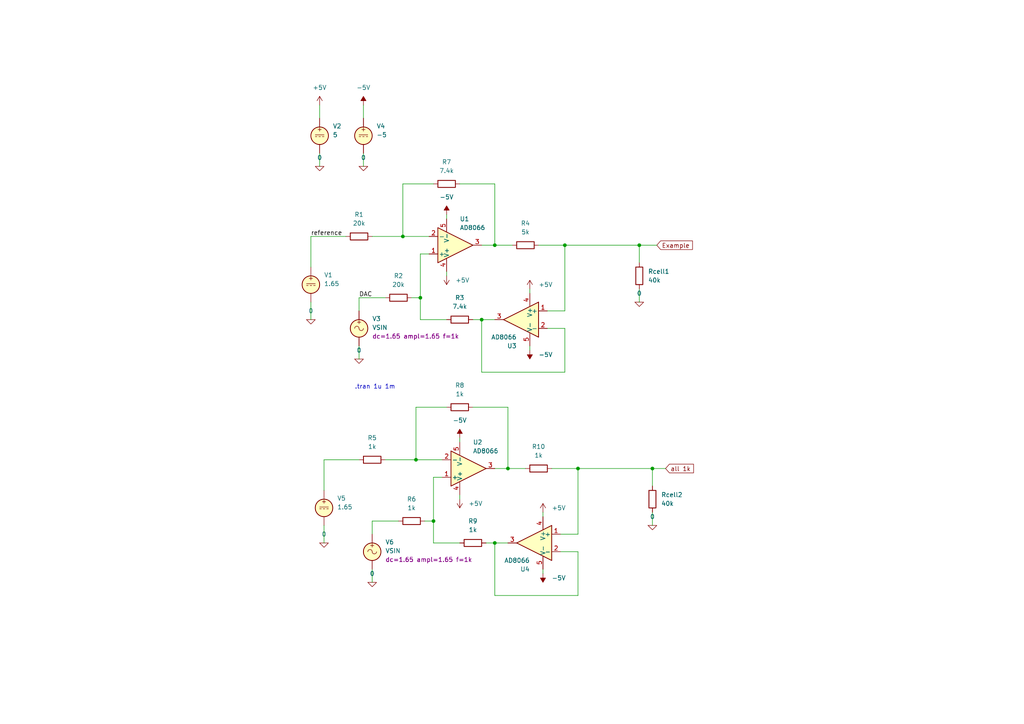
<source format=kicad_sch>
(kicad_sch (version 20211123) (generator eeschema)
  (paper "A4")
  (lib_symbols
    (symbol "Device:R" (pin_numbers hide) (pin_names (offset 0))
      (property "Reference" "R" (at 2.032 0 90))
      (property "Value" "R" (at 0 0 90))
      (symbol "R_0_1"
        (rectangle (start -1.016 -2.54) (end 1.016 2.54) (stroke (width 0.254)))
      )
      (symbol "R_1_1"
        (pin passive line (at 0 3.81 270) (length 1.27) (name "~") (number "1"))
        (pin passive line (at 0 -3.81 90) (length 1.27) (name "~") (number "2"))
      )
    )
    (symbol "Simulation_SPICE:OPAMP" (pin_names (offset 0.254))
      (property "Reference" "U" (at 3.81 3.175 0))
      (property "Value" "OPAMP" (at 3.81 -3.175 0))
      (symbol "OPAMP_0_1"
        (polyline (pts (xy 5.08 0) (xy -5.08 5.08) (xy -5.08 -5.08) (xy 5.08 0)) (stroke (width 0.254)) (fill (type background)))
      )
      (symbol "OPAMP_1_1"
        (pin input line (at -7.62 2.54 0) (length 2.54) (name "+") (number "1"))
        (pin input line (at -7.62 -2.54 0) (length 2.54) (name "-") (number "2"))
        (pin output line (at 7.62 0 180) (length 2.54) (name "~") (number "3"))
        (pin power_in line (at -2.54 7.62 270) (length 3.81) (name "V+") (number "4"))
        (pin power_in line (at -2.54 -7.62 90) (length 3.81) (name "V-") (number "5"))
      )
    )
    (symbol "Simulation_SPICE:VDC" (pin_numbers hide) (pin_names (offset 0.0254))
      (property "Reference" "V" (at 2.54 2.54 0))
      (property "Value" "VDC" (at 2.54 0 0))
      (property "Spice_Model" "dc(1)" (at 2.54 -2.54 0))
      (symbol "VDC_0_0"
        (polyline (pts (xy -1.27 0.254) (xy 1.27 0.254)))
        (polyline (pts (xy -0.762 -0.254) (xy -1.27 -0.254)))
        (polyline (pts (xy 0.254 -0.254) (xy -0.254 -0.254)))
        (polyline (pts (xy 1.27 -0.254) (xy 0.762 -0.254)))
        (text "+" (at 0 1.905 0) (effects (font (size 1.27 1.27))))
      )
      (symbol "VDC_0_1"
        (circle (center 0 0) (radius 2.54) (stroke (width 0.254)) (fill (type background)))
      )
      (symbol "VDC_1_1"
        (pin passive line (at 0 5.08 270) (length 2.54) (name "~") (number "1"))
        (pin passive line (at 0 -5.08 90) (length 2.54) (name "~") (number "2"))
      )
    )
    (symbol "Simulation_SPICE:VSIN" (pin_numbers hide) (pin_names (offset 0.0254))
      (property "Reference" "V" (at 2.54 2.54 0))
      (property "Value" "VSIN" (at 2.54 0 0))
      (property "Spice_Model" "sin(0 1 1k)" (at 2.54 -2.54 0))
      (symbol "VSIN_0_0"
        (arc (start 0 0) (mid -0.635 0.635) (end -1.27 0))
        (arc (start 0 0) (mid 0.635 -0.635) (end 1.27 0))
        (text "+" (at 0 1.905 0) (effects (font (size 1.27 1.27))))
      )
      (symbol "VSIN_0_1"
        (circle (center 0 0) (radius 2.54) (stroke (width 0.254)) (fill (type background)))
      )
      (symbol "VSIN_1_1"
        (pin passive line (at 0 5.08 270) (length 2.54) (name "~") (number "1"))
        (pin passive line (at 0 -5.08 90) (length 2.54) (name "~") (number "2"))
      )
    )
    (symbol "power:+5V" (power) (pin_names (offset 0))
      (property "Value" "+5V" (at 0 3.556 0))
      (symbol "+5V_0_1"
        (polyline (pts (xy -0.762 1.27) (xy 0 2.54)))
        (polyline (pts (xy 0 0) (xy 0 2.54)))
        (polyline (pts (xy 0 2.54) (xy 0.762 1.27)))
      )
      (symbol "+5V_1_1"
        (pin power_in line (at 0 0 90) (length 0) hide (name "+5V") (number "1"))
      )
    )
    (symbol "power:-5V" (power) (pin_names (offset 0))
      (property "Value" "-5V" (at 0 3.81 0))
      (symbol "-5V_0_0"
        (pin power_in line (at 0 0 90) (length 0) hide (name "-5V") (number "1"))
      )
      (symbol "-5V_0_1"
        (polyline (pts (xy 0 0) (xy 0 1.27) (xy 0.762 1.27) (xy 0 2.54) (xy -0.762 1.27) (xy 0 1.27)) (fill (type outline)))
      )
    )
    (symbol "pspice:0" (power) (pin_names (offset 0))
      (property "Value" "0" (at 0 -1.778 0))
      (symbol "0_0_1"
        (polyline (pts (xy -1.27 0) (xy 0 -1.27) (xy 1.27 0) (xy -1.27 0)))
      )
      (symbol "0_1_1"
        (pin power_in line (at 0 0 0) (length 0) hide (name "0") (number "1"))
      )
    )
  )
  (junction (at 143.51 71.12))
  (junction (at 125.73 151.13))
  (junction (at 167.64 135.89))
  (junction (at 163.83 71.12))
  (junction (at 121.92 86.36))
  (junction (at 189.23 135.89))
  (junction (at 116.84 68.58))
  (junction (at 120.65 133.35))
  (junction (at 139.7 92.71))
  (junction (at 143.51 157.48))
  (junction (at 185.42 71.12))
  (junction (at 147.32 135.89))
  (wire (pts (xy 111.76 133.35) (xy 120.65 133.35)))
  (wire (pts (xy 143.51 172.72) (xy 143.51 157.48)))
  (wire (pts (xy 185.42 83.82) (xy 185.42 87.63)))
  (wire (pts (xy 143.51 53.34) (xy 143.51 71.12)))
  (wire (pts (xy 185.42 71.12) (xy 190.5 71.12)))
  (wire (pts (xy 143.51 157.48) (xy 147.32 157.48)))
  (wire (pts (xy 167.64 172.72) (xy 143.51 172.72)))
  (wire (pts (xy 129.54 118.11) (xy 120.65 118.11)))
  (wire (pts (xy 163.83 107.95) (xy 139.7 107.95)))
  (wire (pts (xy 104.14 86.36) (xy 111.76 86.36)))
  (wire (pts (xy 137.16 92.71) (xy 139.7 92.71)))
  (wire (pts (xy 133.35 157.48) (xy 125.73 157.48)))
  (wire (pts (xy 120.65 118.11) (xy 120.65 133.35)))
  (wire (pts (xy 120.65 133.35) (xy 128.27 133.35)))
  (wire (pts (xy 158.75 90.17) (xy 163.83 90.17)))
  (wire (pts (xy 157.48 148.59) (xy 157.48 149.86)))
  (wire (pts (xy 160.02 135.89) (xy 167.64 135.89)))
  (wire (pts (xy 105.41 30.48) (xy 105.41 34.29)))
  (wire (pts (xy 107.95 165.1) (xy 107.95 168.91)))
  (wire (pts (xy 104.14 90.17) (xy 104.14 86.36)))
  (wire (pts (xy 133.35 127) (xy 133.35 128.27)))
  (wire (pts (xy 90.17 87.63) (xy 90.17 92.71)))
  (wire (pts (xy 119.38 86.36) (xy 121.92 86.36)))
  (wire (pts (xy 167.64 154.94) (xy 167.64 135.89)))
  (wire (pts (xy 107.95 151.13) (xy 115.57 151.13)))
  (wire (pts (xy 129.54 62.23) (xy 129.54 63.5)))
  (wire (pts (xy 185.42 71.12) (xy 163.83 71.12)))
  (wire (pts (xy 185.42 76.2) (xy 185.42 71.12)))
  (wire (pts (xy 140.97 157.48) (xy 143.51 157.48)))
  (wire (pts (xy 121.92 92.71) (xy 121.92 86.36)))
  (wire (pts (xy 189.23 135.89) (xy 167.64 135.89)))
  (wire (pts (xy 90.17 68.58) (xy 100.33 68.58)))
  (wire (pts (xy 121.92 73.66) (xy 124.46 73.66)))
  (wire (pts (xy 93.98 133.35) (xy 104.14 133.35)))
  (wire (pts (xy 93.98 142.24) (xy 93.98 133.35)))
  (wire (pts (xy 147.32 135.89) (xy 152.4 135.89)))
  (wire (pts (xy 156.21 71.12) (xy 163.83 71.12)))
  (wire (pts (xy 158.75 95.25) (xy 163.83 95.25)))
  (wire (pts (xy 153.67 83.82) (xy 153.67 85.09)))
  (wire (pts (xy 116.84 68.58) (xy 124.46 68.58)))
  (wire (pts (xy 129.54 78.74) (xy 129.54 80.01)))
  (wire (pts (xy 143.51 71.12) (xy 148.59 71.12)))
  (wire (pts (xy 153.67 100.33) (xy 153.67 101.6)))
  (wire (pts (xy 107.95 68.58) (xy 116.84 68.58)))
  (wire (pts (xy 143.51 135.89) (xy 147.32 135.89)))
  (wire (pts (xy 163.83 90.17) (xy 163.83 71.12)))
  (wire (pts (xy 125.73 157.48) (xy 125.73 151.13)))
  (wire (pts (xy 90.17 77.47) (xy 90.17 68.58)))
  (wire (pts (xy 189.23 140.97) (xy 189.23 135.89)))
  (wire (pts (xy 133.35 53.34) (xy 143.51 53.34)))
  (wire (pts (xy 105.41 44.45) (xy 105.41 48.26)))
  (wire (pts (xy 147.32 118.11) (xy 147.32 135.89)))
  (wire (pts (xy 107.95 154.94) (xy 107.95 151.13)))
  (wire (pts (xy 123.19 151.13) (xy 125.73 151.13)))
  (wire (pts (xy 189.23 135.89) (xy 193.04 135.89)))
  (wire (pts (xy 139.7 92.71) (xy 143.51 92.71)))
  (wire (pts (xy 92.71 34.29) (xy 92.71 30.48)))
  (wire (pts (xy 189.23 148.59) (xy 189.23 152.4)))
  (wire (pts (xy 162.56 154.94) (xy 167.64 154.94)))
  (wire (pts (xy 137.16 118.11) (xy 147.32 118.11)))
  (wire (pts (xy 116.84 53.34) (xy 116.84 68.58)))
  (wire (pts (xy 125.73 151.13) (xy 125.73 138.43)))
  (wire (pts (xy 162.56 160.02) (xy 167.64 160.02)))
  (wire (pts (xy 129.54 92.71) (xy 121.92 92.71)))
  (wire (pts (xy 139.7 107.95) (xy 139.7 92.71)))
  (wire (pts (xy 133.35 143.51) (xy 133.35 144.78)))
  (wire (pts (xy 121.92 86.36) (xy 121.92 73.66)))
  (wire (pts (xy 167.64 160.02) (xy 167.64 172.72)))
  (wire (pts (xy 104.14 100.33) (xy 104.14 104.14)))
  (wire (pts (xy 93.98 152.4) (xy 93.98 157.48)))
  (wire (pts (xy 125.73 138.43) (xy 128.27 138.43)))
  (wire (pts (xy 125.73 53.34) (xy 116.84 53.34)))
  (wire (pts (xy 92.71 44.45) (xy 92.71 48.26)))
  (wire (pts (xy 139.7 71.12) (xy 143.51 71.12)))
  (wire (pts (xy 163.83 95.25) (xy 163.83 107.95)))
  (wire (pts (xy 157.48 165.1) (xy 157.48 166.37)))
  (text ".tran 1u 1m" (at 102.87 113.03 0) (effects (font (size 1.27 1.27)) (justify left bottom)))
  (label "reference" (at 90.17 68.58 0))
  (label "DAC" (at 104.14 86.36 0))
  (global_label "all 1k" (shape input) (at 193.04 135.89 0) (property "Intersheet References" "${INTERSHEET_REFS}" (effects hide)))
  (global_label "Example" (shape input) (at 190.5 71.12 0) (property "Intersheet References" "${INTERSHEET_REFS}" (effects hide)))
  (symbol (lib_id "Simulation_SPICE:VDC") (at 105.41 39.37 0) (unit 1)
    (property "Reference" "V4" (at 109.22 36.5806 0) (effects (justify left)))
    (property "Value" "VDC" (at 109.22 39.1206 0) (effects (justify left)))
    (property "Spice_Netlist_Enabled" "Y" (effects hide))
    (property "Spice_Primitive" "V" (effects hide))
    (property "Spice_Model" "dc -5" (at 109.22 41.6606 0) (effects (justify left)))
  )
  (symbol (lib_id "Simulation_SPICE:VDC") (at 93.98 147.32 0) (unit 1)
    (property "Reference" "V5" (at 97.79 144.5306 0) (effects (justify left)))
    (property "Value" "1.65" (at 97.79 147.0706 0) (effects (justify left)))
    (property "Spice_Netlist_Enabled" "Y" (effects hide))
    (property "Spice_Primitive" "V" (effects hide))
    (property "Spice_Model" "dc 1.65" (at 97.79 149.6106 0) (effects (justify left)))
  )
  (symbol (lib_id "pspice:0") (at 93.98 157.48 0) (unit 1)
    (property "Reference" "#GND06" (effects hide))
    (property "Value" "0" (at 93.98 154.94 0))
  )
  (symbol (lib_id "pspice:0") (at 92.71 48.26 0) (unit 1)
    (property "Reference" "#GND02" (effects hide))
    (property "Value" "0" (at 92.71 45.72 0))
  )
  (symbol (lib_id "Device:R") (at 185.42 80.01 0) (unit 1)
    (property "Reference" "Rcell1" (at 187.96 78.7399 0) (effects (justify left)))
    (property "Value" "40k" (at 187.96 81.2799 0) (effects (justify left)))
  )
  (symbol (lib_id "Device:R") (at 119.38 151.13 90) (unit 1)
    (property "Reference" "R6" (at 119.38 144.78 90))
    (property "Value" "1k" (at 119.38 147.32 90))
  )
  (symbol (lib_id "pspice:0") (at 107.95 168.91 0) (unit 1)
    (property "Reference" "#GND07" (effects hide))
    (property "Value" "0" (at 107.95 166.37 0))
  )
  (symbol (lib_id "Simulation_SPICE:OPAMP") (at 154.94 157.48 0) (mirror y) (unit 1)
    (property "Reference" "U4" (at 153.67 165.1 0) (effects (justify left)))
    (property "Value" "AD8066" (at 153.67 162.56 0) (effects (justify left)))
    (property "Spice_Netlist_Enabled" "Y" (effects hide))
    (property "Spice_Primitive" "X" (effects hide))
    (property "Spice_Model" "AD8066" (effects hide))
    (property "Spice_Node_Sequence" "1,2,4,5,3" (effects hide))
    (property "Spice_Lib_File" "C:\\Users\\denis\\Documents\\GitHub\\AC_voltage_gen_with_current_limit\\AD8066.lib" (effects hide))
  )
  (symbol (lib_id "pspice:0") (at 189.23 152.4 0) (unit 1)
    (property "Reference" "#GND08" (effects hide))
    (property "Value" "0" (at 189.23 149.86 0))
  )
  (symbol (lib_id "power:+5V") (at 157.48 148.59 0) (unit 1)
    (property "Reference" "#PWR09" (effects hide))
    (property "Value" "+5V" (at 160.02 147.3199 0) (effects (justify left)))
  )
  (symbol (lib_id "Simulation_SPICE:VDC") (at 90.17 82.55 0) (unit 1)
    (property "Reference" "V1" (at 93.98 79.7606 0) (effects (justify left)))
    (property "Value" "1.65" (at 93.98 82.3006 0) (effects (justify left)))
    (property "Spice_Netlist_Enabled" "Y" (effects hide))
    (property "Spice_Primitive" "V" (effects hide))
    (property "Spice_Model" "dc 1.65" (at 93.98 84.8406 0) (effects (justify left)))
  )
  (symbol (lib_id "power:-5V") (at 157.48 166.37 180) (unit 1)
    (property "Reference" "#PWR010" (effects hide))
    (property "Value" "-5V" (at 160.02 167.6399 0) (effects (justify right)))
  )
  (symbol (lib_id "Device:R") (at 104.14 68.58 90) (unit 1)
    (property "Reference" "R1" (at 104.14 62.23 90))
    (property "Value" "20k" (at 104.14 64.77 90))
  )
  (symbol (lib_id "Device:R") (at 137.16 157.48 90) (unit 1)
    (property "Reference" "R9" (at 137.16 151.13 90))
    (property "Value" "1k" (at 137.16 153.67 90))
  )
  (symbol (lib_id "Device:R") (at 189.23 144.78 0) (unit 1)
    (property "Reference" "Rcell2" (at 191.77 143.5099 0) (effects (justify left)))
    (property "Value" "40k" (at 191.77 146.0499 0) (effects (justify left)))
  )
  (symbol (lib_id "Device:R") (at 133.35 118.11 90) (unit 1)
    (property "Reference" "R8" (at 133.35 111.76 90))
    (property "Value" "1k" (at 133.35 114.3 90))
  )
  (symbol (lib_id "Simulation_SPICE:VSIN") (at 104.14 95.25 0) (unit 1)
    (property "Reference" "V3" (at 107.95 92.4606 0) (effects (justify left)))
    (property "Value" "VSIN" (at 107.95 95.0006 0) (effects (justify left)))
    (property "Spice_Netlist_Enabled" "Y" (effects hide))
    (property "Spice_Primitive" "V" (effects hide))
    (property "Spice_Model" "sin(1.65 1.65 1k)" (at 107.95 97.5406 0) (effects (justify left)))
  )
  (symbol (lib_id "pspice:0") (at 105.41 48.26 0) (unit 1)
    (property "Reference" "#GND04" (effects hide))
    (property "Value" "0" (at 105.41 45.72 0))
  )
  (symbol (lib_id "Simulation_SPICE:VDC") (at 92.71 39.37 0) (unit 1)
    (property "Reference" "V2" (at 96.52 36.5806 0) (effects (justify left)))
    (property "Value" "VDC" (at 96.52 39.1206 0) (effects (justify left)))
    (property "Spice_Netlist_Enabled" "Y" (effects hide))
    (property "Spice_Primitive" "V" (effects hide))
    (property "Spice_Model" "dc 5" (at 96.52 41.6606 0) (effects (justify left)))
  )
  (symbol (lib_id "power:+5V") (at 129.54 80.01 180) (unit 1)
    (property "Reference" "#PWR04" (effects hide))
    (property "Value" "+5V" (at 132.08 81.2799 0) (effects (justify right)))
  )
  (symbol (lib_id "power:-5V") (at 129.54 62.23 0) (unit 1)
    (property "Reference" "#PWR03" (effects hide))
    (property "Value" "-5V" (at 129.54 57.15 0))
  )
  (symbol (lib_id "Device:R") (at 133.35 92.71 90) (unit 1)
    (property "Reference" "R3" (at 133.35 86.36 90))
    (property "Value" "7.4k" (at 133.35 88.9 90))
  )
  (symbol (lib_id "power:-5V") (at 105.41 30.48 0) (unit 1)
    (property "Reference" "#PWR02" (effects hide))
    (property "Value" "-5V" (at 105.41 25.4 0))
  )
  (symbol (lib_id "Simulation_SPICE:OPAMP") (at 135.89 135.89 0) (mirror x) (unit 1)
    (property "Reference" "U2" (at 137.16 128.27 0) (effects (justify left)))
    (property "Value" "AD8066" (at 137.16 130.81 0) (effects (justify left)))
    (property "Spice_Netlist_Enabled" "Y" (effects hide))
    (property "Spice_Primitive" "X" (effects hide))
    (property "Spice_Model" "AD8066" (effects hide))
    (property "Spice_Node_Sequence" "1,2,4,5,3" (effects hide))
    (property "Spice_Lib_File" "C:\\Users\\denis\\Documents\\GitHub\\AC_voltage_gen_with_current_limit\\AD8066.lib" (effects hide))
  )
  (symbol (lib_id "Device:R") (at 129.54 53.34 90) (unit 1)
    (property "Reference" "R7" (at 129.54 46.99 90))
    (property "Value" "7.4k" (at 129.54 49.53 90))
  )
  (symbol (lib_id "power:-5V") (at 153.67 101.6 180) (unit 1)
    (property "Reference" "#PWR06" (effects hide))
    (property "Value" "-5V" (at 156.21 102.8699 0) (effects (justify right)))
  )
  (symbol (lib_id "Simulation_SPICE:OPAMP") (at 132.08 71.12 0) (mirror x) (unit 1)
    (property "Reference" "U1" (at 133.35 63.5 0) (effects (justify left)))
    (property "Value" "AD8066" (at 133.35 66.04 0) (effects (justify left)))
    (property "Spice_Netlist_Enabled" "Y" (effects hide))
    (property "Spice_Primitive" "X" (effects hide))
    (property "Spice_Model" "AD8066" (effects hide))
    (property "Spice_Node_Sequence" "1,2,4,5,3" (effects hide))
    (property "Spice_Lib_File" "C:\\Users\\denis\\Documents\\GitHub\\AC_voltage_gen_with_current_limit\\AD8066.lib" (effects hide))
  )
  (symbol (lib_id "Simulation_SPICE:OPAMP") (at 151.13 92.71 0) (mirror y) (unit 1)
    (property "Reference" "U3" (at 149.86 100.33 0) (effects (justify left)))
    (property "Value" "AD8066" (at 149.86 97.79 0) (effects (justify left)))
    (property "Spice_Netlist_Enabled" "Y" (effects hide))
    (property "Spice_Primitive" "X" (effects hide))
    (property "Spice_Model" "AD8066" (effects hide))
    (property "Spice_Node_Sequence" "1,2,4,5,3" (effects hide))
    (property "Spice_Lib_File" "C:\\Users\\denis\\Documents\\GitHub\\AC_voltage_gen_with_current_limit\\AD8066.lib" (effects hide))
  )
  (symbol (lib_id "pspice:0") (at 104.14 104.14 0) (unit 1)
    (property "Reference" "#GND03" (effects hide))
    (property "Value" "0" (at 104.14 101.6 0))
  )
  (symbol (lib_id "Device:R") (at 152.4 71.12 90) (unit 1)
    (property "Reference" "R4" (at 152.4 64.77 90))
    (property "Value" "5k" (at 152.4 67.31 90))
  )
  (symbol (lib_id "power:+5V") (at 133.35 144.78 180) (unit 1)
    (property "Reference" "#PWR08" (effects hide))
    (property "Value" "+5V" (at 135.89 146.0499 0) (effects (justify right)))
  )
  (symbol (lib_id "Device:R") (at 107.95 133.35 90) (unit 1)
    (property "Reference" "R5" (at 107.95 127 90))
    (property "Value" "1k" (at 107.95 129.54 90))
  )
  (symbol (lib_id "power:-5V") (at 133.35 127 0) (unit 1)
    (property "Reference" "#PWR07" (effects hide))
    (property "Value" "-5V" (at 133.35 121.92 0))
  )
  (symbol (lib_id "pspice:0") (at 90.17 92.71 0) (unit 1)
    (property "Reference" "#GND01" (effects hide))
    (property "Value" "0" (at 90.17 90.17 0))
  )
  (symbol (lib_id "Simulation_SPICE:VSIN") (at 107.95 160.02 0) (unit 1)
    (property "Reference" "V6" (at 111.76 157.2306 0) (effects (justify left)))
    (property "Value" "VSIN" (at 111.76 159.7706 0) (effects (justify left)))
    (property "Spice_Netlist_Enabled" "Y" (effects hide))
    (property "Spice_Primitive" "V" (effects hide))
    (property "Spice_Model" "sin(1.65 1.65 1k)" (at 111.76 162.3106 0) (effects (justify left)))
  )
  (symbol (lib_id "power:+5V") (at 153.67 83.82 0) (unit 1)
    (property "Reference" "#PWR05" (effects hide))
    (property "Value" "+5V" (at 156.21 82.5499 0) (effects (justify left)))
  )
  (symbol (lib_id "pspice:0") (at 185.42 87.63 0) (unit 1)
    (property "Reference" "#GND05" (effects hide))
    (property "Value" "0" (at 185.42 85.09 0))
  )
  (symbol (lib_id "Device:R") (at 115.57 86.36 90) (unit 1)
    (property "Reference" "R2" (at 115.57 80.01 90))
    (property "Value" "20k" (at 115.57 82.55 90))
  )
  (symbol (lib_id "power:+5V") (at 92.71 30.48 0) (unit 1)
    (property "Reference" "#PWR01" (effects hide))
    (property "Value" "+5V" (at 92.71 25.4 0))
  )
  (symbol (lib_id "Device:R") (at 156.21 135.89 90) (unit 1)
    (property "Reference" "R10" (at 156.21 129.54 90))
    (property "Value" "1k" (at 156.21 132.08 90))
  )
)
</source>
